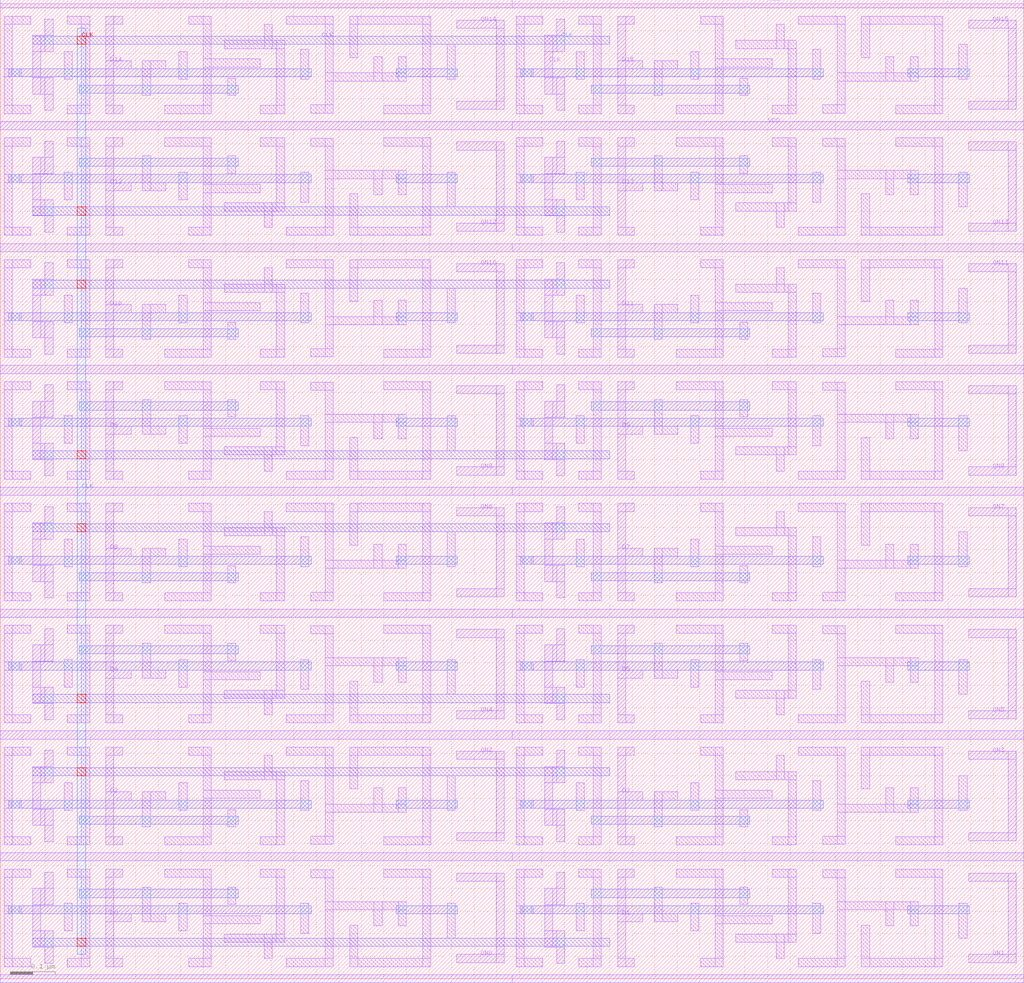
<source format=lef>
VERSION 5.8 ;
BUSBITCHARS "[]" ;
DIVIDERCHAR "/" ;
SITE asap7sc7p5t_R8
  CLASS CORE ;
  SIZE 0.054 BY 2.16 ;
  SYMMETRY Y ;
END asap7sc7p5t_R8

MACRO DFFHQNV8H2Xx2_ASAP7_75t_R
  CLASS CORE ;
  ORIGIN 0.0 0.0 ;
  FOREIGN DFFHQNV8H2Xx2_ASAP7_75t_R 0.0 0.0 ;
  SIZE 2.268 BY 2.16 ;
  SYMMETRY X Y ;
  SITE asap7sc7p5t_R8 ;
    PIN VDD
      USE POWER ;
      DIRECTION INOUT ;
      SHAPE ABUTMENT ;
      PORT
        LAYER M1 ;
          RECT 0.0 0.261 1.134 0.279 ;
          RECT 1.134 0.261 2.268 0.279 ;
          RECT 0.0 0.801 1.134 0.819 ;
          RECT 1.134 0.801 2.268 0.819 ;
          RECT 0.0 1.341 1.134 1.359 ;
          RECT 1.134 1.341 2.268 1.359 ;
          RECT 0.0 1.881 1.134 1.899 ;
          RECT 1.134 1.881 2.268 1.899 ;
      END
    END VDD
    PIN VSS
      USE GROUND ;
      DIRECTION INOUT ;
      SHAPE ABUTMENT ;
      PORT
        LAYER M1 ;
          RECT 0.0 -0.009 1.134 0.009 ;
          RECT 1.134 -0.009 2.268 0.009 ;
          RECT 0.0 0.549 1.134 0.531 ;
          RECT 1.134 0.549 2.268 0.531 ;
          RECT 0.0 1.089 1.134 1.071 ;
          RECT 1.134 1.089 2.268 1.071 ;
          RECT 0.0 1.629 1.134 1.611 ;
          RECT 1.134 1.629 2.268 1.611 ;
          RECT 0.0 2.169 1.134 2.151 ;
          RECT 1.134 2.169 2.268 2.151 ;
      END
    END VSS
    PIN CLK
      USE CLOCK ;
      DIRECTION INPUT ;
      PORT
        LAYER M1 ;
          RECT 0.099 0.164 0.117 0.236 ;
          RECT 0.072 0.07 0.117 0.106 ;
          RECT 0.099 0.034 0.117 0.106 ;
          RECT 0.072 0.164 0.117 0.2 ;
          RECT 0.072 0.07 0.09 0.2 ;
          RECT 1.233 0.164 1.251 0.236 ;
          RECT 1.206 0.07 1.251 0.106 ;
          RECT 1.233 0.034 1.251 0.106 ;
          RECT 1.206 0.164 1.251 0.2 ;
          RECT 1.206 0.07 1.224 0.2 ;
          RECT 0.099 0.376 0.117 0.304 ;
          RECT 0.072 0.47 0.117 0.434 ;
          RECT 0.099 0.506 0.117 0.434 ;
          RECT 0.072 0.376 0.117 0.34 ;
          RECT 0.072 0.47 0.09 0.34 ;
          RECT 1.233 0.376 1.251 0.304 ;
          RECT 1.206 0.47 1.251 0.434 ;
          RECT 1.233 0.506 1.251 0.434 ;
          RECT 1.206 0.376 1.251 0.34 ;
          RECT 1.206 0.47 1.224 0.34 ;
          RECT 0.099 0.704 0.117 0.776 ;
          RECT 0.072 0.61 0.117 0.646 ;
          RECT 0.099 0.574 0.117 0.646 ;
          RECT 0.072 0.704 0.117 0.74 ;
          RECT 0.072 0.61 0.09 0.74 ;
          RECT 1.233 0.704 1.251 0.776 ;
          RECT 1.206 0.61 1.251 0.646 ;
          RECT 1.233 0.574 1.251 0.646 ;
          RECT 1.206 0.704 1.251 0.74 ;
          RECT 1.206 0.61 1.224 0.74 ;
          RECT 0.099 0.916 0.117 0.844 ;
          RECT 0.072 1.01 0.117 0.974 ;
          RECT 0.099 1.046 0.117 0.974 ;
          RECT 0.072 0.916 0.117 0.88 ;
          RECT 0.072 1.01 0.09 0.88 ;
          RECT 1.233 0.916 1.251 0.844 ;
          RECT 1.206 1.01 1.251 0.974 ;
          RECT 1.233 1.046 1.251 0.974 ;
          RECT 1.206 0.916 1.251 0.88 ;
          RECT 1.206 1.01 1.224 0.88 ;
          RECT 0.099 1.244 0.117 1.316 ;
          RECT 0.072 1.15 0.117 1.186 ;
          RECT 0.099 1.114 0.117 1.186 ;
          RECT 0.072 1.244 0.117 1.28 ;
          RECT 0.072 1.15 0.09 1.28 ;
          RECT 1.233 1.244 1.251 1.316 ;
          RECT 1.206 1.15 1.251 1.186 ;
          RECT 1.233 1.114 1.251 1.186 ;
          RECT 1.206 1.244 1.251 1.28 ;
          RECT 1.206 1.15 1.224 1.28 ;
          RECT 0.099 1.456 0.117 1.384 ;
          RECT 0.072 1.55 0.117 1.514 ;
          RECT 0.099 1.586 0.117 1.514 ;
          RECT 0.072 1.456 0.117 1.42 ;
          RECT 0.072 1.55 0.09 1.42 ;
          RECT 1.233 1.456 1.251 1.384 ;
          RECT 1.206 1.55 1.251 1.514 ;
          RECT 1.233 1.586 1.251 1.514 ;
          RECT 1.206 1.456 1.251 1.42 ;
          RECT 1.206 1.55 1.224 1.42 ;
          RECT 0.099 1.784 0.117 1.856 ;
          RECT 0.072 1.69 0.117 1.726 ;
          RECT 0.099 1.654 0.117 1.726 ;
          RECT 0.072 1.784 0.117 1.82 ;
          RECT 0.072 1.69 0.09 1.82 ;
          RECT 1.233 1.784 1.251 1.856 ;
          RECT 1.206 1.69 1.251 1.726 ;
          RECT 1.233 1.654 1.251 1.726 ;
          RECT 1.206 1.784 1.251 1.82 ;
          RECT 1.206 1.69 1.224 1.82 ;
          RECT 0.099 1.996 0.117 1.924 ;
          RECT 0.072 2.09 0.117 2.054 ;
          RECT 0.099 2.126 0.117 2.054 ;
          RECT 0.072 1.996 0.117 1.96 ;
          RECT 0.072 2.09 0.09 1.96 ;
          RECT 1.233 1.996 1.251 1.924 ;
          RECT 1.206 2.09 1.251 2.054 ;
          RECT 1.233 2.126 1.251 2.054 ;
          RECT 1.206 1.996 1.251 1.96 ;
          RECT 1.206 2.09 1.224 1.96 ;
        LAYER M2 ;
          RECT 0.072 0.072 1.35 0.09 ;
          RECT 0.072 0.45 1.35 0.468 ;
          RECT 0.072 0.612 1.35 0.63 ;
          RECT 0.072 0.99 1.35 1.008 ;
          RECT 0.072 1.152 1.35 1.17 ;
          RECT 0.072 1.53 1.35 1.548 ;
          RECT 0.072 1.692 1.35 1.71 ;
          RECT 0.072 2.07 1.35 2.088 ;
        LAYER V1 ;
          RECT 0.099 0.072 0.117 0.09 ;
          RECT 1.233 0.072 1.251 0.09 ;
          RECT 0.099 0.45 0.117 0.468 ;
          RECT 1.233 0.45 1.251 0.468 ;
          RECT 0.099 0.612 0.117 0.63 ;
          RECT 1.233 0.612 1.251 0.63 ;
          RECT 0.099 0.99 0.117 1.008 ;
          RECT 1.233 0.99 1.251 1.008 ;
          RECT 0.099 1.152 0.117 1.17 ;
          RECT 1.233 1.152 1.251 1.17 ;
          RECT 0.099 1.53 0.117 1.548 ;
          RECT 1.233 1.53 1.251 1.548 ;
          RECT 0.099 1.692 0.117 1.71 ;
          RECT 1.233 1.692 1.251 1.71 ;
          RECT 0.099 2.07 0.117 2.088 ;
          RECT 1.233 2.07 1.251 2.088 ;
        LAYER M3 ;
          RECT 0.171 0.054 0.189 2.106 ;
        LAYER V2 ;
          RECT 0.171 0.072 0.189 0.09 ;
          RECT 0.171 0.45 0.189 0.468 ;
          RECT 0.171 0.612 0.189 0.63 ;
          RECT 0.171 0.99 0.189 1.008 ;
          RECT 0.171 1.152 0.189 1.17 ;
          RECT 0.171 1.53 0.189 1.548 ;
          RECT 0.171 1.692 0.189 1.71 ;
          RECT 0.171 2.07 0.189 2.088 ;
      END
    END CLK
    PIN D0
      USE SIGNAL ;
      DIRECTION INPUT ;
      PORT
        LAYER M1 ;
          RECT 0.234 0.126 0.29 0.144 ;
          RECT 0.234 0.225 0.271 0.243 ;
          RECT 0.234 0.027 0.271 0.045 ;
          RECT 0.234 0.027 0.252 0.243 ;
      END
    END D0
    PIN QN0
      USE SIGNAL ;
      DIRECTION OUTPUT ;
      PORT
        LAYER M1 ;
          RECT 1.012 0.216 1.117 0.234 ;
          RECT 1.099 0.036 1.117 0.234 ;
          RECT 1.012 0.036 1.117 0.054 ;
      END
    END QN0
    PIN D1
      USE SIGNAL ;
      DIRECTION INPUT ;
      PORT
        LAYER M1 ;
          RECT 1.368 0.126 1.424 0.144 ;
          RECT 1.368 0.225 1.405 0.243 ;
          RECT 1.368 0.027 1.405 0.045 ;
          RECT 1.368 0.027 1.386 0.243 ;
      END
    END D1
    PIN QN1
      USE SIGNAL ;
      DIRECTION OUTPUT ;
      PORT
        LAYER M1 ;
          RECT 2.146 0.216 2.251 0.234 ;
          RECT 2.233 0.036 2.251 0.234 ;
          RECT 2.146 0.036 2.251 0.054 ;
      END
    END QN1
    PIN D2
      USE SIGNAL ;
      DIRECTION INPUT ;
      PORT
        LAYER M1 ;
          RECT 0.234 0.414 0.29 0.396 ;
          RECT 0.234 0.315 0.271 0.297 ;
          RECT 0.234 0.513 0.271 0.495 ;
          RECT 0.234 0.513 0.252 0.297 ;
      END
    END D2
    PIN QN2
      USE SIGNAL ;
      DIRECTION OUTPUT ;
      PORT
        LAYER M1 ;
          RECT 1.012 0.324 1.117 0.306 ;
          RECT 1.099 0.504 1.117 0.306 ;
          RECT 1.012 0.504 1.117 0.486 ;
      END
    END QN2
    PIN D3
      USE SIGNAL ;
      DIRECTION INPUT ;
      PORT
        LAYER M1 ;
          RECT 1.368 0.414 1.424 0.396 ;
          RECT 1.368 0.315 1.405 0.297 ;
          RECT 1.368 0.513 1.405 0.495 ;
          RECT 1.368 0.513 1.386 0.297 ;
      END
    END D3
    PIN QN3
      USE SIGNAL ;
      DIRECTION OUTPUT ;
      PORT
        LAYER M1 ;
          RECT 2.146 0.324 2.251 0.306 ;
          RECT 2.233 0.504 2.251 0.306 ;
          RECT 2.146 0.504 2.251 0.486 ;
      END
    END QN3
    PIN D4
      USE SIGNAL ;
      DIRECTION INPUT ;
      PORT
        LAYER M1 ;
          RECT 0.234 0.666 0.29 0.684 ;
          RECT 0.234 0.765 0.271 0.783 ;
          RECT 0.234 0.567 0.271 0.585 ;
          RECT 0.234 0.567 0.252 0.783 ;
      END
    END D4
    PIN QN4
      USE SIGNAL ;
      DIRECTION OUTPUT ;
      PORT
        LAYER M1 ;
          RECT 1.012 0.756 1.117 0.774 ;
          RECT 1.099 0.576 1.117 0.774 ;
          RECT 1.012 0.576 1.117 0.594 ;
      END
    END QN4
    PIN D5
      USE SIGNAL ;
      DIRECTION INPUT ;
      PORT
        LAYER M1 ;
          RECT 1.368 0.666 1.424 0.684 ;
          RECT 1.368 0.765 1.405 0.783 ;
          RECT 1.368 0.567 1.405 0.585 ;
          RECT 1.368 0.567 1.386 0.783 ;
      END
    END D5
    PIN QN5
      USE SIGNAL ;
      DIRECTION OUTPUT ;
      PORT
        LAYER M1 ;
          RECT 2.146 0.756 2.251 0.774 ;
          RECT 2.233 0.576 2.251 0.774 ;
          RECT 2.146 0.576 2.251 0.594 ;
      END
    END QN5
    PIN D6
      USE SIGNAL ;
      DIRECTION INPUT ;
      PORT
        LAYER M1 ;
          RECT 0.234 0.954 0.29 0.936 ;
          RECT 0.234 0.855 0.271 0.837 ;
          RECT 0.234 1.053 0.271 1.035 ;
          RECT 0.234 1.053 0.252 0.837 ;
      END
    END D6
    PIN QN6
      USE SIGNAL ;
      DIRECTION OUTPUT ;
      PORT
        LAYER M1 ;
          RECT 1.012 0.864 1.117 0.846 ;
          RECT 1.099 1.044 1.117 0.846 ;
          RECT 1.012 1.044 1.117 1.026 ;
      END
    END QN6
    PIN D7
      USE SIGNAL ;
      DIRECTION INPUT ;
      PORT
        LAYER M1 ;
          RECT 1.368 0.954 1.424 0.936 ;
          RECT 1.368 0.855 1.405 0.837 ;
          RECT 1.368 1.053 1.405 1.035 ;
          RECT 1.368 1.053 1.386 0.837 ;
      END
    END D7
    PIN QN7
      USE SIGNAL ;
      DIRECTION OUTPUT ;
      PORT
        LAYER M1 ;
          RECT 2.146 0.864 2.251 0.846 ;
          RECT 2.233 1.044 2.251 0.846 ;
          RECT 2.146 1.044 2.251 1.026 ;
      END
    END QN7
    PIN D8
      USE SIGNAL ;
      DIRECTION INPUT ;
      PORT
        LAYER M1 ;
          RECT 0.234 1.206 0.29 1.224 ;
          RECT 0.234 1.305 0.271 1.323 ;
          RECT 0.234 1.107 0.271 1.125 ;
          RECT 0.234 1.107 0.252 1.323 ;
      END
    END D8
    PIN QN8
      USE SIGNAL ;
      DIRECTION OUTPUT ;
      PORT
        LAYER M1 ;
          RECT 1.012 1.296 1.117 1.314 ;
          RECT 1.099 1.116 1.117 1.314 ;
          RECT 1.012 1.116 1.117 1.134 ;
      END
    END QN8
    PIN D9
      USE SIGNAL ;
      DIRECTION INPUT ;
      PORT
        LAYER M1 ;
          RECT 1.368 1.206 1.424 1.224 ;
          RECT 1.368 1.305 1.405 1.323 ;
          RECT 1.368 1.107 1.405 1.125 ;
          RECT 1.368 1.107 1.386 1.323 ;
      END
    END D9
    PIN QN9
      USE SIGNAL ;
      DIRECTION OUTPUT ;
      PORT
        LAYER M1 ;
          RECT 2.146 1.296 2.251 1.314 ;
          RECT 2.233 1.116 2.251 1.314 ;
          RECT 2.146 1.116 2.251 1.134 ;
      END
    END QN9
    PIN D10
      USE SIGNAL ;
      DIRECTION INPUT ;
      PORT
        LAYER M1 ;
          RECT 0.234 1.494 0.29 1.476 ;
          RECT 0.234 1.395 0.271 1.377 ;
          RECT 0.234 1.593 0.271 1.575 ;
          RECT 0.234 1.593 0.252 1.377 ;
      END
    END D10
    PIN QN10
      USE SIGNAL ;
      DIRECTION OUTPUT ;
      PORT
        LAYER M1 ;
          RECT 1.012 1.404 1.117 1.386 ;
          RECT 1.099 1.584 1.117 1.386 ;
          RECT 1.012 1.584 1.117 1.566 ;
      END
    END QN10
    PIN D11
      USE SIGNAL ;
      DIRECTION INPUT ;
      PORT
        LAYER M1 ;
          RECT 1.368 1.494 1.424 1.476 ;
          RECT 1.368 1.395 1.405 1.377 ;
          RECT 1.368 1.593 1.405 1.575 ;
          RECT 1.368 1.593 1.386 1.377 ;
      END
    END D11
    PIN QN11
      USE SIGNAL ;
      DIRECTION OUTPUT ;
      PORT
        LAYER M1 ;
          RECT 2.146 1.404 2.251 1.386 ;
          RECT 2.233 1.584 2.251 1.386 ;
          RECT 2.146 1.584 2.251 1.566 ;
      END
    END QN11
    PIN D12
      USE SIGNAL ;
      DIRECTION INPUT ;
      PORT
        LAYER M1 ;
          RECT 0.234 1.746 0.29 1.764 ;
          RECT 0.234 1.845 0.271 1.863 ;
          RECT 0.234 1.647 0.271 1.665 ;
          RECT 0.234 1.647 0.252 1.863 ;
      END
    END D12
    PIN QN12
      USE SIGNAL ;
      DIRECTION OUTPUT ;
      PORT
        LAYER M1 ;
          RECT 1.012 1.836 1.117 1.854 ;
          RECT 1.099 1.656 1.117 1.854 ;
          RECT 1.012 1.656 1.117 1.674 ;
      END
    END QN12
    PIN D13
      USE SIGNAL ;
      DIRECTION INPUT ;
      PORT
        LAYER M1 ;
          RECT 1.368 1.746 1.424 1.764 ;
          RECT 1.368 1.845 1.405 1.863 ;
          RECT 1.368 1.647 1.405 1.665 ;
          RECT 1.368 1.647 1.386 1.863 ;
      END
    END D13
    PIN QN13
      USE SIGNAL ;
      DIRECTION OUTPUT ;
      PORT
        LAYER M1 ;
          RECT 2.146 1.836 2.251 1.854 ;
          RECT 2.233 1.656 2.251 1.854 ;
          RECT 2.146 1.656 2.251 1.674 ;
      END
    END QN13
    PIN D14
      USE SIGNAL ;
      DIRECTION INPUT ;
      PORT
        LAYER M1 ;
          RECT 0.234 2.034 0.29 2.016 ;
          RECT 0.234 1.935 0.271 1.917 ;
          RECT 0.234 2.133 0.271 2.115 ;
          RECT 0.234 2.133 0.252 1.917 ;
      END
    END D14
    PIN QN14
      USE SIGNAL ;
      DIRECTION OUTPUT ;
      PORT
        LAYER M1 ;
          RECT 1.012 1.944 1.117 1.926 ;
          RECT 1.099 2.124 1.117 1.926 ;
          RECT 1.012 2.124 1.117 2.106 ;
      END
    END QN14
    PIN D15
      USE SIGNAL ;
      DIRECTION INPUT ;
      PORT
        LAYER M1 ;
          RECT 1.368 2.034 1.424 2.016 ;
          RECT 1.368 1.935 1.405 1.917 ;
          RECT 1.368 2.133 1.405 2.115 ;
          RECT 1.368 2.133 1.386 1.917 ;
      END
    END D15
    PIN QN15
      USE SIGNAL ;
      DIRECTION OUTPUT ;
      PORT
        LAYER M1 ;
          RECT 2.146 1.944 2.251 1.926 ;
          RECT 2.233 2.124 2.251 1.926 ;
          RECT 2.146 2.124 2.251 2.106 ;
      END
    END QN15
    OBS
      LAYER M1 ;
        RECT 0.85 0.225 0.954 0.243 ;
        RECT 0.936 0.027 0.954 0.243 ;
        RECT 0.774 0.027 0.792 0.119 ;
        RECT 0.774 0.027 0.954 0.045 ;
        RECT 0.688 0.224 0.738 0.242 ;
        RECT 0.72 0.027 0.738 0.242 ;
        RECT 0.72 0.153 0.9 0.171 ;
        RECT 0.882 0.117 0.9 0.171 ;
        RECT 0.828 0.117 0.846 0.171 ;
        RECT 0.634 0.027 0.738 0.045 ;
        RECT 0.576 0.225 0.63 0.243 ;
        RECT 0.612 0.081 0.63 0.243 ;
        RECT 0.496 0.081 0.63 0.099 ;
        RECT 0.585 0.045 0.603 0.099 ;
        RECT 0.364 0.225 0.468 0.243 ;
        RECT 0.45 0.027 0.468 0.243 ;
        RECT 0.45 0.122 0.576 0.14 ;
        RECT 0.418 0.027 0.468 0.045 ;
        RECT 0.315 0.126 0.333 0.203 ;
        RECT 0.315 0.126 0.367 0.144 ;
        RECT 0.148 0.225 0.198 0.243 ;
        RECT 0.18 0.027 0.198 0.243 ;
        RECT 0.148 0.027 0.198 0.045 ;
        RECT 0.009 0.225 0.068 0.243 ;
        RECT 0.009 0.027 0.027 0.243 ;
        RECT 0.009 0.144 0.047 0.162 ;
        RECT 0.009 0.027 0.068 0.045 ;
        RECT 0.99 0.09 1.008 0.167 ;
        RECT 0.666 0.101 0.684 0.167 ;
        RECT 0.504 0.165 0.522 0.203 ;
        RECT 0.396 0.106 0.414 0.167 ;
        RECT 0.142 0.106 0.16 0.167 ;
        RECT 1.984 0.225 2.088 0.243 ;
        RECT 2.07 0.027 2.088 0.243 ;
        RECT 1.908 0.027 1.926 0.119 ;
        RECT 1.908 0.027 2.088 0.045 ;
        RECT 1.822 0.224 1.872 0.242 ;
        RECT 1.854 0.027 1.872 0.242 ;
        RECT 1.854 0.153 2.034 0.171 ;
        RECT 2.016 0.117 2.034 0.171 ;
        RECT 1.962 0.117 1.98 0.171 ;
        RECT 1.768 0.027 1.872 0.045 ;
        RECT 1.71 0.225 1.764 0.243 ;
        RECT 1.746 0.081 1.764 0.243 ;
        RECT 1.63 0.081 1.764 0.099 ;
        RECT 1.719 0.045 1.737 0.099 ;
        RECT 1.498 0.225 1.602 0.243 ;
        RECT 1.584 0.027 1.602 0.243 ;
        RECT 1.584 0.122 1.71 0.14 ;
        RECT 1.552 0.027 1.602 0.045 ;
        RECT 1.449 0.126 1.467 0.203 ;
        RECT 1.449 0.126 1.501 0.144 ;
        RECT 1.282 0.225 1.332 0.243 ;
        RECT 1.314 0.027 1.332 0.243 ;
        RECT 1.282 0.027 1.332 0.045 ;
        RECT 1.143 0.225 1.202 0.243 ;
        RECT 1.143 0.027 1.161 0.243 ;
        RECT 1.143 0.144 1.181 0.162 ;
        RECT 1.143 0.027 1.202 0.045 ;
        RECT 2.124 0.09 2.142 0.167 ;
        RECT 1.8 0.101 1.818 0.167 ;
        RECT 1.638 0.165 1.656 0.203 ;
        RECT 1.53 0.106 1.548 0.167 ;
        RECT 1.276 0.106 1.294 0.167 ;
        RECT 0.85 0.315 0.954 0.297 ;
        RECT 0.936 0.513 0.954 0.297 ;
        RECT 0.774 0.513 0.792 0.421 ;
        RECT 0.774 0.513 0.954 0.495 ;
        RECT 0.688 0.316 0.738 0.298 ;
        RECT 0.72 0.513 0.738 0.298 ;
        RECT 0.72 0.387 0.9 0.369 ;
        RECT 0.882 0.423 0.9 0.369 ;
        RECT 0.828 0.423 0.846 0.369 ;
        RECT 0.634 0.513 0.738 0.495 ;
        RECT 0.576 0.315 0.63 0.297 ;
        RECT 0.612 0.459 0.63 0.297 ;
        RECT 0.496 0.459 0.63 0.441 ;
        RECT 0.585 0.495 0.603 0.441 ;
        RECT 0.364 0.315 0.468 0.297 ;
        RECT 0.45 0.513 0.468 0.297 ;
        RECT 0.45 0.418 0.576 0.4 ;
        RECT 0.418 0.513 0.468 0.495 ;
        RECT 0.315 0.414 0.333 0.337 ;
        RECT 0.315 0.414 0.367 0.396 ;
        RECT 0.148 0.315 0.198 0.297 ;
        RECT 0.18 0.513 0.198 0.297 ;
        RECT 0.148 0.513 0.198 0.495 ;
        RECT 0.009 0.315 0.068 0.297 ;
        RECT 0.009 0.513 0.027 0.297 ;
        RECT 0.009 0.396 0.047 0.378 ;
        RECT 0.009 0.513 0.068 0.495 ;
        RECT 0.99 0.45 1.008 0.373 ;
        RECT 0.666 0.439 0.684 0.373 ;
        RECT 0.504 0.375 0.522 0.337 ;
        RECT 0.396 0.434 0.414 0.373 ;
        RECT 0.142 0.434 0.16 0.373 ;
        RECT 1.984 0.315 2.088 0.297 ;
        RECT 2.07 0.513 2.088 0.297 ;
        RECT 1.908 0.513 1.926 0.421 ;
        RECT 1.908 0.513 2.088 0.495 ;
        RECT 1.822 0.316 1.872 0.298 ;
        RECT 1.854 0.513 1.872 0.298 ;
        RECT 1.854 0.387 2.034 0.369 ;
        RECT 2.016 0.423 2.034 0.369 ;
        RECT 1.962 0.423 1.98 0.369 ;
        RECT 1.768 0.513 1.872 0.495 ;
        RECT 1.71 0.315 1.764 0.297 ;
        RECT 1.746 0.459 1.764 0.297 ;
        RECT 1.63 0.459 1.764 0.441 ;
        RECT 1.719 0.495 1.737 0.441 ;
        RECT 1.498 0.315 1.602 0.297 ;
        RECT 1.584 0.513 1.602 0.297 ;
        RECT 1.584 0.418 1.71 0.4 ;
        RECT 1.552 0.513 1.602 0.495 ;
        RECT 1.449 0.414 1.467 0.337 ;
        RECT 1.449 0.414 1.501 0.396 ;
        RECT 1.282 0.315 1.332 0.297 ;
        RECT 1.314 0.513 1.332 0.297 ;
        RECT 1.282 0.513 1.332 0.495 ;
        RECT 1.143 0.315 1.202 0.297 ;
        RECT 1.143 0.513 1.161 0.297 ;
        RECT 1.143 0.396 1.181 0.378 ;
        RECT 1.143 0.513 1.202 0.495 ;
        RECT 2.124 0.45 2.142 0.373 ;
        RECT 1.8 0.439 1.818 0.373 ;
        RECT 1.638 0.375 1.656 0.337 ;
        RECT 1.53 0.434 1.548 0.373 ;
        RECT 1.276 0.434 1.294 0.373 ;
        RECT 0.85 0.765 0.954 0.783 ;
        RECT 0.936 0.567 0.954 0.783 ;
        RECT 0.774 0.567 0.792 0.659 ;
        RECT 0.774 0.567 0.954 0.585 ;
        RECT 0.688 0.764 0.738 0.782 ;
        RECT 0.72 0.567 0.738 0.782 ;
        RECT 0.72 0.693 0.9 0.711 ;
        RECT 0.882 0.657 0.9 0.711 ;
        RECT 0.828 0.657 0.846 0.711 ;
        RECT 0.634 0.567 0.738 0.585 ;
        RECT 0.576 0.765 0.63 0.783 ;
        RECT 0.612 0.621 0.63 0.783 ;
        RECT 0.496 0.621 0.63 0.639 ;
        RECT 0.585 0.585 0.603 0.639 ;
        RECT 0.364 0.765 0.468 0.783 ;
        RECT 0.45 0.567 0.468 0.783 ;
        RECT 0.45 0.662 0.576 0.68 ;
        RECT 0.418 0.567 0.468 0.585 ;
        RECT 0.315 0.666 0.333 0.743 ;
        RECT 0.315 0.666 0.367 0.684 ;
        RECT 0.148 0.765 0.198 0.783 ;
        RECT 0.18 0.567 0.198 0.783 ;
        RECT 0.148 0.567 0.198 0.585 ;
        RECT 0.009 0.765 0.068 0.783 ;
        RECT 0.009 0.567 0.027 0.783 ;
        RECT 0.009 0.684 0.047 0.702 ;
        RECT 0.009 0.567 0.068 0.585 ;
        RECT 0.99 0.63 1.008 0.707 ;
        RECT 0.666 0.641 0.684 0.707 ;
        RECT 0.504 0.705 0.522 0.743 ;
        RECT 0.396 0.646 0.414 0.707 ;
        RECT 0.142 0.646 0.16 0.707 ;
        RECT 1.984 0.765 2.088 0.783 ;
        RECT 2.07 0.567 2.088 0.783 ;
        RECT 1.908 0.567 1.926 0.659 ;
        RECT 1.908 0.567 2.088 0.585 ;
        RECT 1.822 0.764 1.872 0.782 ;
        RECT 1.854 0.567 1.872 0.782 ;
        RECT 1.854 0.693 2.034 0.711 ;
        RECT 2.016 0.657 2.034 0.711 ;
        RECT 1.962 0.657 1.98 0.711 ;
        RECT 1.768 0.567 1.872 0.585 ;
        RECT 1.71 0.765 1.764 0.783 ;
        RECT 1.746 0.621 1.764 0.783 ;
        RECT 1.63 0.621 1.764 0.639 ;
        RECT 1.719 0.585 1.737 0.639 ;
        RECT 1.498 0.765 1.602 0.783 ;
        RECT 1.584 0.567 1.602 0.783 ;
        RECT 1.584 0.662 1.71 0.68 ;
        RECT 1.552 0.567 1.602 0.585 ;
        RECT 1.449 0.666 1.467 0.743 ;
        RECT 1.449 0.666 1.501 0.684 ;
        RECT 1.282 0.765 1.332 0.783 ;
        RECT 1.314 0.567 1.332 0.783 ;
        RECT 1.282 0.567 1.332 0.585 ;
        RECT 1.143 0.765 1.202 0.783 ;
        RECT 1.143 0.567 1.161 0.783 ;
        RECT 1.143 0.684 1.181 0.702 ;
        RECT 1.143 0.567 1.202 0.585 ;
        RECT 2.124 0.63 2.142 0.707 ;
        RECT 1.8 0.641 1.818 0.707 ;
        RECT 1.638 0.705 1.656 0.743 ;
        RECT 1.53 0.646 1.548 0.707 ;
        RECT 1.276 0.646 1.294 0.707 ;
        RECT 0.85 0.855 0.954 0.837 ;
        RECT 0.936 1.053 0.954 0.837 ;
        RECT 0.774 1.053 0.792 0.961 ;
        RECT 0.774 1.053 0.954 1.035 ;
        RECT 0.688 0.856 0.738 0.838 ;
        RECT 0.72 1.053 0.738 0.838 ;
        RECT 0.72 0.927 0.9 0.909 ;
        RECT 0.882 0.963 0.9 0.909 ;
        RECT 0.828 0.963 0.846 0.909 ;
        RECT 0.634 1.053 0.738 1.035 ;
        RECT 0.576 0.855 0.63 0.837 ;
        RECT 0.612 0.999 0.63 0.837 ;
        RECT 0.496 0.999 0.63 0.981 ;
        RECT 0.585 1.035 0.603 0.981 ;
        RECT 0.364 0.855 0.468 0.837 ;
        RECT 0.45 1.053 0.468 0.837 ;
        RECT 0.45 0.958 0.576 0.94 ;
        RECT 0.418 1.053 0.468 1.035 ;
        RECT 0.315 0.954 0.333 0.877 ;
        RECT 0.315 0.954 0.367 0.936 ;
        RECT 0.148 0.855 0.198 0.837 ;
        RECT 0.18 1.053 0.198 0.837 ;
        RECT 0.148 1.053 0.198 1.035 ;
        RECT 0.009 0.855 0.068 0.837 ;
        RECT 0.009 1.053 0.027 0.837 ;
        RECT 0.009 0.936 0.047 0.918 ;
        RECT 0.009 1.053 0.068 1.035 ;
        RECT 0.99 0.99 1.008 0.913 ;
        RECT 0.666 0.979 0.684 0.913 ;
        RECT 0.504 0.915 0.522 0.877 ;
        RECT 0.396 0.974 0.414 0.913 ;
        RECT 0.142 0.974 0.16 0.913 ;
        RECT 1.984 0.855 2.088 0.837 ;
        RECT 2.07 1.053 2.088 0.837 ;
        RECT 1.908 1.053 1.926 0.961 ;
        RECT 1.908 1.053 2.088 1.035 ;
        RECT 1.822 0.856 1.872 0.838 ;
        RECT 1.854 1.053 1.872 0.838 ;
        RECT 1.854 0.927 2.034 0.909 ;
        RECT 2.016 0.963 2.034 0.909 ;
        RECT 1.962 0.963 1.98 0.909 ;
        RECT 1.768 1.053 1.872 1.035 ;
        RECT 1.71 0.855 1.764 0.837 ;
        RECT 1.746 0.999 1.764 0.837 ;
        RECT 1.63 0.999 1.764 0.981 ;
        RECT 1.719 1.035 1.737 0.981 ;
        RECT 1.498 0.855 1.602 0.837 ;
        RECT 1.584 1.053 1.602 0.837 ;
        RECT 1.584 0.958 1.71 0.94 ;
        RECT 1.552 1.053 1.602 1.035 ;
        RECT 1.449 0.954 1.467 0.877 ;
        RECT 1.449 0.954 1.501 0.936 ;
        RECT 1.282 0.855 1.332 0.837 ;
        RECT 1.314 1.053 1.332 0.837 ;
        RECT 1.282 1.053 1.332 1.035 ;
        RECT 1.143 0.855 1.202 0.837 ;
        RECT 1.143 1.053 1.161 0.837 ;
        RECT 1.143 0.936 1.181 0.918 ;
        RECT 1.143 1.053 1.202 1.035 ;
        RECT 2.124 0.99 2.142 0.913 ;
        RECT 1.8 0.979 1.818 0.913 ;
        RECT 1.638 0.915 1.656 0.877 ;
        RECT 1.53 0.974 1.548 0.913 ;
        RECT 1.276 0.974 1.294 0.913 ;
        RECT 0.85 1.305 0.954 1.323 ;
        RECT 0.936 1.107 0.954 1.323 ;
        RECT 0.774 1.107 0.792 1.199 ;
        RECT 0.774 1.107 0.954 1.125 ;
        RECT 0.688 1.304 0.738 1.322 ;
        RECT 0.72 1.107 0.738 1.322 ;
        RECT 0.72 1.233 0.9 1.251 ;
        RECT 0.882 1.197 0.9 1.251 ;
        RECT 0.828 1.197 0.846 1.251 ;
        RECT 0.634 1.107 0.738 1.125 ;
        RECT 0.576 1.305 0.63 1.323 ;
        RECT 0.612 1.161 0.63 1.323 ;
        RECT 0.496 1.161 0.63 1.179 ;
        RECT 0.585 1.125 0.603 1.179 ;
        RECT 0.364 1.305 0.468 1.323 ;
        RECT 0.45 1.107 0.468 1.323 ;
        RECT 0.45 1.202 0.576 1.22 ;
        RECT 0.418 1.107 0.468 1.125 ;
        RECT 0.315 1.206 0.333 1.283 ;
        RECT 0.315 1.206 0.367 1.224 ;
        RECT 0.148 1.305 0.198 1.323 ;
        RECT 0.18 1.107 0.198 1.323 ;
        RECT 0.148 1.107 0.198 1.125 ;
        RECT 0.009 1.305 0.068 1.323 ;
        RECT 0.009 1.107 0.027 1.323 ;
        RECT 0.009 1.224 0.047 1.242 ;
        RECT 0.009 1.107 0.068 1.125 ;
        RECT 0.99 1.17 1.008 1.247 ;
        RECT 0.666 1.181 0.684 1.247 ;
        RECT 0.504 1.245 0.522 1.283 ;
        RECT 0.396 1.186 0.414 1.247 ;
        RECT 0.142 1.186 0.16 1.247 ;
        RECT 1.984 1.305 2.088 1.323 ;
        RECT 2.07 1.107 2.088 1.323 ;
        RECT 1.908 1.107 1.926 1.199 ;
        RECT 1.908 1.107 2.088 1.125 ;
        RECT 1.822 1.304 1.872 1.322 ;
        RECT 1.854 1.107 1.872 1.322 ;
        RECT 1.854 1.233 2.034 1.251 ;
        RECT 2.016 1.197 2.034 1.251 ;
        RECT 1.962 1.197 1.98 1.251 ;
        RECT 1.768 1.107 1.872 1.125 ;
        RECT 1.71 1.305 1.764 1.323 ;
        RECT 1.746 1.161 1.764 1.323 ;
        RECT 1.63 1.161 1.764 1.179 ;
        RECT 1.719 1.125 1.737 1.179 ;
        RECT 1.498 1.305 1.602 1.323 ;
        RECT 1.584 1.107 1.602 1.323 ;
        RECT 1.584 1.202 1.71 1.22 ;
        RECT 1.552 1.107 1.602 1.125 ;
        RECT 1.449 1.206 1.467 1.283 ;
        RECT 1.449 1.206 1.501 1.224 ;
        RECT 1.282 1.305 1.332 1.323 ;
        RECT 1.314 1.107 1.332 1.323 ;
        RECT 1.282 1.107 1.332 1.125 ;
        RECT 1.143 1.305 1.202 1.323 ;
        RECT 1.143 1.107 1.161 1.323 ;
        RECT 1.143 1.224 1.181 1.242 ;
        RECT 1.143 1.107 1.202 1.125 ;
        RECT 2.124 1.17 2.142 1.247 ;
        RECT 1.8 1.181 1.818 1.247 ;
        RECT 1.638 1.245 1.656 1.283 ;
        RECT 1.53 1.186 1.548 1.247 ;
        RECT 1.276 1.186 1.294 1.247 ;
        RECT 0.85 1.395 0.954 1.377 ;
        RECT 0.936 1.593 0.954 1.377 ;
        RECT 0.774 1.593 0.792 1.501 ;
        RECT 0.774 1.593 0.954 1.575 ;
        RECT 0.688 1.396 0.738 1.378 ;
        RECT 0.72 1.593 0.738 1.378 ;
        RECT 0.72 1.467 0.9 1.449 ;
        RECT 0.882 1.503 0.9 1.449 ;
        RECT 0.828 1.503 0.846 1.449 ;
        RECT 0.634 1.593 0.738 1.575 ;
        RECT 0.576 1.395 0.63 1.377 ;
        RECT 0.612 1.539 0.63 1.377 ;
        RECT 0.496 1.539 0.63 1.521 ;
        RECT 0.585 1.575 0.603 1.521 ;
        RECT 0.364 1.395 0.468 1.377 ;
        RECT 0.45 1.593 0.468 1.377 ;
        RECT 0.45 1.498 0.576 1.48 ;
        RECT 0.418 1.593 0.468 1.575 ;
        RECT 0.315 1.494 0.333 1.417 ;
        RECT 0.315 1.494 0.367 1.476 ;
        RECT 0.148 1.395 0.198 1.377 ;
        RECT 0.18 1.593 0.198 1.377 ;
        RECT 0.148 1.593 0.198 1.575 ;
        RECT 0.009 1.395 0.068 1.377 ;
        RECT 0.009 1.593 0.027 1.377 ;
        RECT 0.009 1.476 0.047 1.458 ;
        RECT 0.009 1.593 0.068 1.575 ;
        RECT 0.99 1.53 1.008 1.453 ;
        RECT 0.666 1.519 0.684 1.453 ;
        RECT 0.504 1.455 0.522 1.417 ;
        RECT 0.396 1.514 0.414 1.453 ;
        RECT 0.142 1.514 0.16 1.453 ;
        RECT 1.984 1.395 2.088 1.377 ;
        RECT 2.07 1.593 2.088 1.377 ;
        RECT 1.908 1.593 1.926 1.501 ;
        RECT 1.908 1.593 2.088 1.575 ;
        RECT 1.822 1.396 1.872 1.378 ;
        RECT 1.854 1.593 1.872 1.378 ;
        RECT 1.854 1.467 2.034 1.449 ;
        RECT 2.016 1.503 2.034 1.449 ;
        RECT 1.962 1.503 1.98 1.449 ;
        RECT 1.768 1.593 1.872 1.575 ;
        RECT 1.71 1.395 1.764 1.377 ;
        RECT 1.746 1.539 1.764 1.377 ;
        RECT 1.63 1.539 1.764 1.521 ;
        RECT 1.719 1.575 1.737 1.521 ;
        RECT 1.498 1.395 1.602 1.377 ;
        RECT 1.584 1.593 1.602 1.377 ;
        RECT 1.584 1.498 1.71 1.48 ;
        RECT 1.552 1.593 1.602 1.575 ;
        RECT 1.449 1.494 1.467 1.417 ;
        RECT 1.449 1.494 1.501 1.476 ;
        RECT 1.282 1.395 1.332 1.377 ;
        RECT 1.314 1.593 1.332 1.377 ;
        RECT 1.282 1.593 1.332 1.575 ;
        RECT 1.143 1.395 1.202 1.377 ;
        RECT 1.143 1.593 1.161 1.377 ;
        RECT 1.143 1.476 1.181 1.458 ;
        RECT 1.143 1.593 1.202 1.575 ;
        RECT 2.124 1.53 2.142 1.453 ;
        RECT 1.8 1.519 1.818 1.453 ;
        RECT 1.638 1.455 1.656 1.417 ;
        RECT 1.53 1.514 1.548 1.453 ;
        RECT 1.276 1.514 1.294 1.453 ;
        RECT 0.85 1.845 0.954 1.863 ;
        RECT 0.936 1.647 0.954 1.863 ;
        RECT 0.774 1.647 0.792 1.739 ;
        RECT 0.774 1.647 0.954 1.665 ;
        RECT 0.688 1.844 0.738 1.862 ;
        RECT 0.72 1.647 0.738 1.862 ;
        RECT 0.72 1.773 0.9 1.791 ;
        RECT 0.882 1.737 0.9 1.791 ;
        RECT 0.828 1.737 0.846 1.791 ;
        RECT 0.634 1.647 0.738 1.665 ;
        RECT 0.576 1.845 0.63 1.863 ;
        RECT 0.612 1.701 0.63 1.863 ;
        RECT 0.496 1.701 0.63 1.719 ;
        RECT 0.585 1.665 0.603 1.719 ;
        RECT 0.364 1.845 0.468 1.863 ;
        RECT 0.45 1.647 0.468 1.863 ;
        RECT 0.45 1.742 0.576 1.76 ;
        RECT 0.418 1.647 0.468 1.665 ;
        RECT 0.315 1.746 0.333 1.823 ;
        RECT 0.315 1.746 0.367 1.764 ;
        RECT 0.148 1.845 0.198 1.863 ;
        RECT 0.18 1.647 0.198 1.863 ;
        RECT 0.148 1.647 0.198 1.665 ;
        RECT 0.009 1.845 0.068 1.863 ;
        RECT 0.009 1.647 0.027 1.863 ;
        RECT 0.009 1.764 0.047 1.782 ;
        RECT 0.009 1.647 0.068 1.665 ;
        RECT 0.99 1.71 1.008 1.787 ;
        RECT 0.666 1.721 0.684 1.787 ;
        RECT 0.504 1.785 0.522 1.823 ;
        RECT 0.396 1.726 0.414 1.787 ;
        RECT 0.142 1.726 0.16 1.787 ;
        RECT 1.984 1.845 2.088 1.863 ;
        RECT 2.07 1.647 2.088 1.863 ;
        RECT 1.908 1.647 1.926 1.739 ;
        RECT 1.908 1.647 2.088 1.665 ;
        RECT 1.822 1.844 1.872 1.862 ;
        RECT 1.854 1.647 1.872 1.862 ;
        RECT 1.854 1.773 2.034 1.791 ;
        RECT 2.016 1.737 2.034 1.791 ;
        RECT 1.962 1.737 1.98 1.791 ;
        RECT 1.768 1.647 1.872 1.665 ;
        RECT 1.71 1.845 1.764 1.863 ;
        RECT 1.746 1.701 1.764 1.863 ;
        RECT 1.63 1.701 1.764 1.719 ;
        RECT 1.719 1.665 1.737 1.719 ;
        RECT 1.498 1.845 1.602 1.863 ;
        RECT 1.584 1.647 1.602 1.863 ;
        RECT 1.584 1.742 1.71 1.76 ;
        RECT 1.552 1.647 1.602 1.665 ;
        RECT 1.449 1.746 1.467 1.823 ;
        RECT 1.449 1.746 1.501 1.764 ;
        RECT 1.282 1.845 1.332 1.863 ;
        RECT 1.314 1.647 1.332 1.863 ;
        RECT 1.282 1.647 1.332 1.665 ;
        RECT 1.143 1.845 1.202 1.863 ;
        RECT 1.143 1.647 1.161 1.863 ;
        RECT 1.143 1.764 1.181 1.782 ;
        RECT 1.143 1.647 1.202 1.665 ;
        RECT 2.124 1.71 2.142 1.787 ;
        RECT 1.8 1.721 1.818 1.787 ;
        RECT 1.638 1.785 1.656 1.823 ;
        RECT 1.53 1.726 1.548 1.787 ;
        RECT 1.276 1.726 1.294 1.787 ;
        RECT 0.85 1.935 0.954 1.917 ;
        RECT 0.936 2.133 0.954 1.917 ;
        RECT 0.774 2.133 0.792 2.041 ;
        RECT 0.774 2.133 0.954 2.115 ;
        RECT 0.688 1.936 0.738 1.918 ;
        RECT 0.72 2.133 0.738 1.918 ;
        RECT 0.72 2.007 0.9 1.989 ;
        RECT 0.882 2.043 0.9 1.989 ;
        RECT 0.828 2.043 0.846 1.989 ;
        RECT 0.634 2.133 0.738 2.115 ;
        RECT 0.576 1.935 0.63 1.917 ;
        RECT 0.612 2.079 0.63 1.917 ;
        RECT 0.496 2.079 0.63 2.061 ;
        RECT 0.585 2.115 0.603 2.061 ;
        RECT 0.364 1.935 0.468 1.917 ;
        RECT 0.45 2.133 0.468 1.917 ;
        RECT 0.45 2.038 0.576 2.02 ;
        RECT 0.418 2.133 0.468 2.115 ;
        RECT 0.315 2.034 0.333 1.957 ;
        RECT 0.315 2.034 0.367 2.016 ;
        RECT 0.148 1.935 0.198 1.917 ;
        RECT 0.18 2.133 0.198 1.917 ;
        RECT 0.148 2.133 0.198 2.115 ;
        RECT 0.009 1.935 0.068 1.917 ;
        RECT 0.009 2.133 0.027 1.917 ;
        RECT 0.009 2.016 0.047 1.998 ;
        RECT 0.009 2.133 0.068 2.115 ;
        RECT 0.99 2.07 1.008 1.993 ;
        RECT 0.666 2.059 0.684 1.993 ;
        RECT 0.504 1.995 0.522 1.957 ;
        RECT 0.396 2.054 0.414 1.993 ;
        RECT 0.142 2.054 0.16 1.993 ;
        RECT 1.984 1.935 2.088 1.917 ;
        RECT 2.07 2.133 2.088 1.917 ;
        RECT 1.908 2.133 1.926 2.041 ;
        RECT 1.908 2.133 2.088 2.115 ;
        RECT 1.822 1.936 1.872 1.918 ;
        RECT 1.854 2.133 1.872 1.918 ;
        RECT 1.854 2.007 2.034 1.989 ;
        RECT 2.016 2.043 2.034 1.989 ;
        RECT 1.962 2.043 1.98 1.989 ;
        RECT 1.768 2.133 1.872 2.115 ;
        RECT 1.71 1.935 1.764 1.917 ;
        RECT 1.746 2.079 1.764 1.917 ;
        RECT 1.63 2.079 1.764 2.061 ;
        RECT 1.719 2.115 1.737 2.061 ;
        RECT 1.498 1.935 1.602 1.917 ;
        RECT 1.584 2.133 1.602 1.917 ;
        RECT 1.584 2.038 1.71 2.02 ;
        RECT 1.552 2.133 1.602 2.115 ;
        RECT 1.449 2.034 1.467 1.957 ;
        RECT 1.449 2.034 1.501 2.016 ;
        RECT 1.282 1.935 1.332 1.917 ;
        RECT 1.314 2.133 1.332 1.917 ;
        RECT 1.282 2.133 1.332 2.115 ;
        RECT 1.143 1.935 1.202 1.917 ;
        RECT 1.143 2.133 1.161 1.917 ;
        RECT 1.143 2.016 1.181 1.998 ;
        RECT 1.143 2.133 1.202 2.115 ;
        RECT 2.124 2.07 2.142 1.993 ;
        RECT 1.8 2.059 1.818 1.993 ;
        RECT 1.638 1.995 1.656 1.957 ;
        RECT 1.53 2.054 1.548 1.993 ;
        RECT 1.276 2.054 1.294 1.993 ;
      LAYER M2 ;
        RECT 0.877 0.144 1.013 0.162 ;
        RECT 0.019 0.144 0.689 0.162 ;
        RECT 0.175 0.18 0.527 0.198 ;
        RECT 2.011 0.144 2.147 0.162 ;
        RECT 1.153 0.144 1.823 0.162 ;
        RECT 1.309 0.18 1.661 0.198 ;
        RECT 0.877 0.396 1.013 0.378 ;
        RECT 0.019 0.396 0.689 0.378 ;
        RECT 0.175 0.36 0.527 0.342 ;
        RECT 2.011 0.396 2.147 0.378 ;
        RECT 1.153 0.396 1.823 0.378 ;
        RECT 1.309 0.36 1.661 0.342 ;
        RECT 0.877 0.684 1.013 0.702 ;
        RECT 0.019 0.684 0.689 0.702 ;
        RECT 0.175 0.72 0.527 0.738 ;
        RECT 2.011 0.684 2.147 0.702 ;
        RECT 1.153 0.684 1.823 0.702 ;
        RECT 1.309 0.72 1.661 0.738 ;
        RECT 0.877 0.936 1.013 0.918 ;
        RECT 0.019 0.936 0.689 0.918 ;
        RECT 0.175 0.9 0.527 0.882 ;
        RECT 2.011 0.936 2.147 0.918 ;
        RECT 1.153 0.936 1.823 0.918 ;
        RECT 1.309 0.9 1.661 0.882 ;
        RECT 0.877 1.224 1.013 1.242 ;
        RECT 0.019 1.224 0.689 1.242 ;
        RECT 0.175 1.26 0.527 1.278 ;
        RECT 2.011 1.224 2.147 1.242 ;
        RECT 1.153 1.224 1.823 1.242 ;
        RECT 1.309 1.26 1.661 1.278 ;
        RECT 0.877 1.476 1.013 1.458 ;
        RECT 0.019 1.476 0.689 1.458 ;
        RECT 0.175 1.44 0.527 1.422 ;
        RECT 2.011 1.476 2.147 1.458 ;
        RECT 1.153 1.476 1.823 1.458 ;
        RECT 1.309 1.44 1.661 1.422 ;
        RECT 0.877 1.764 1.013 1.782 ;
        RECT 0.019 1.764 0.689 1.782 ;
        RECT 0.175 1.8 0.527 1.818 ;
        RECT 2.011 1.764 2.147 1.782 ;
        RECT 1.153 1.764 1.823 1.782 ;
        RECT 1.309 1.8 1.661 1.818 ;
        RECT 0.877 2.016 1.013 1.998 ;
        RECT 0.019 2.016 0.689 1.998 ;
        RECT 0.175 1.98 0.527 1.962 ;
        RECT 2.011 2.016 2.147 1.998 ;
        RECT 1.153 2.016 1.823 1.998 ;
        RECT 1.309 1.98 1.661 1.962 ;
      LAYER V1 ;
        RECT 0.99 0.144 1.008 0.162 ;
        RECT 0.882 0.144 0.9 0.162 ;
        RECT 0.666 0.144 0.684 0.162 ;
        RECT 0.504 0.18 0.522 0.198 ;
        RECT 0.396 0.144 0.414 0.162 ;
        RECT 0.315 0.18 0.333 0.198 ;
        RECT 0.18 0.18 0.198 0.198 ;
        RECT 0.142 0.144 0.16 0.162 ;
        RECT 0.024 0.144 0.042 0.162 ;
        RECT 2.124 0.144 2.142 0.162 ;
        RECT 2.016 0.144 2.034 0.162 ;
        RECT 1.8 0.144 1.818 0.162 ;
        RECT 1.638 0.18 1.656 0.198 ;
        RECT 1.53 0.144 1.548 0.162 ;
        RECT 1.449 0.18 1.467 0.198 ;
        RECT 1.314 0.18 1.332 0.198 ;
        RECT 1.276 0.144 1.294 0.162 ;
        RECT 1.158 0.144 1.176 0.162 ;
        RECT 0.99 0.396 1.008 0.378 ;
        RECT 0.882 0.396 0.9 0.378 ;
        RECT 0.666 0.396 0.684 0.378 ;
        RECT 0.504 0.36 0.522 0.342 ;
        RECT 0.396 0.396 0.414 0.378 ;
        RECT 0.315 0.36 0.333 0.342 ;
        RECT 0.18 0.36 0.198 0.342 ;
        RECT 0.142 0.396 0.16 0.378 ;
        RECT 0.024 0.396 0.042 0.378 ;
        RECT 2.124 0.396 2.142 0.378 ;
        RECT 2.016 0.396 2.034 0.378 ;
        RECT 1.8 0.396 1.818 0.378 ;
        RECT 1.638 0.36 1.656 0.342 ;
        RECT 1.53 0.396 1.548 0.378 ;
        RECT 1.449 0.36 1.467 0.342 ;
        RECT 1.314 0.36 1.332 0.342 ;
        RECT 1.276 0.396 1.294 0.378 ;
        RECT 1.158 0.396 1.176 0.378 ;
        RECT 0.99 0.684 1.008 0.702 ;
        RECT 0.882 0.684 0.9 0.702 ;
        RECT 0.666 0.684 0.684 0.702 ;
        RECT 0.504 0.72 0.522 0.738 ;
        RECT 0.396 0.684 0.414 0.702 ;
        RECT 0.315 0.72 0.333 0.738 ;
        RECT 0.18 0.72 0.198 0.738 ;
        RECT 0.142 0.684 0.16 0.702 ;
        RECT 0.024 0.684 0.042 0.702 ;
        RECT 2.124 0.684 2.142 0.702 ;
        RECT 2.016 0.684 2.034 0.702 ;
        RECT 1.8 0.684 1.818 0.702 ;
        RECT 1.638 0.72 1.656 0.738 ;
        RECT 1.53 0.684 1.548 0.702 ;
        RECT 1.449 0.72 1.467 0.738 ;
        RECT 1.314 0.72 1.332 0.738 ;
        RECT 1.276 0.684 1.294 0.702 ;
        RECT 1.158 0.684 1.176 0.702 ;
        RECT 0.99 0.936 1.008 0.918 ;
        RECT 0.882 0.936 0.9 0.918 ;
        RECT 0.666 0.936 0.684 0.918 ;
        RECT 0.504 0.9 0.522 0.882 ;
        RECT 0.396 0.936 0.414 0.918 ;
        RECT 0.315 0.9 0.333 0.882 ;
        RECT 0.18 0.9 0.198 0.882 ;
        RECT 0.142 0.936 0.16 0.918 ;
        RECT 0.024 0.936 0.042 0.918 ;
        RECT 2.124 0.936 2.142 0.918 ;
        RECT 2.016 0.936 2.034 0.918 ;
        RECT 1.8 0.936 1.818 0.918 ;
        RECT 1.638 0.9 1.656 0.882 ;
        RECT 1.53 0.936 1.548 0.918 ;
        RECT 1.449 0.9 1.467 0.882 ;
        RECT 1.314 0.9 1.332 0.882 ;
        RECT 1.276 0.936 1.294 0.918 ;
        RECT 1.158 0.936 1.176 0.918 ;
        RECT 0.99 1.224 1.008 1.242 ;
        RECT 0.882 1.224 0.9 1.242 ;
        RECT 0.666 1.224 0.684 1.242 ;
        RECT 0.504 1.26 0.522 1.278 ;
        RECT 0.396 1.224 0.414 1.242 ;
        RECT 0.315 1.26 0.333 1.278 ;
        RECT 0.18 1.26 0.198 1.278 ;
        RECT 0.142 1.224 0.16 1.242 ;
        RECT 0.024 1.224 0.042 1.242 ;
        RECT 2.124 1.224 2.142 1.242 ;
        RECT 2.016 1.224 2.034 1.242 ;
        RECT 1.8 1.224 1.818 1.242 ;
        RECT 1.638 1.26 1.656 1.278 ;
        RECT 1.53 1.224 1.548 1.242 ;
        RECT 1.449 1.26 1.467 1.278 ;
        RECT 1.314 1.26 1.332 1.278 ;
        RECT 1.276 1.224 1.294 1.242 ;
        RECT 1.158 1.224 1.176 1.242 ;
        RECT 0.99 1.476 1.008 1.458 ;
        RECT 0.882 1.476 0.9 1.458 ;
        RECT 0.666 1.476 0.684 1.458 ;
        RECT 0.504 1.44 0.522 1.422 ;
        RECT 0.396 1.476 0.414 1.458 ;
        RECT 0.315 1.44 0.333 1.422 ;
        RECT 0.18 1.44 0.198 1.422 ;
        RECT 0.142 1.476 0.16 1.458 ;
        RECT 0.024 1.476 0.042 1.458 ;
        RECT 2.124 1.476 2.142 1.458 ;
        RECT 2.016 1.476 2.034 1.458 ;
        RECT 1.8 1.476 1.818 1.458 ;
        RECT 1.638 1.44 1.656 1.422 ;
        RECT 1.53 1.476 1.548 1.458 ;
        RECT 1.449 1.44 1.467 1.422 ;
        RECT 1.314 1.44 1.332 1.422 ;
        RECT 1.276 1.476 1.294 1.458 ;
        RECT 1.158 1.476 1.176 1.458 ;
        RECT 0.99 1.764 1.008 1.782 ;
        RECT 0.882 1.764 0.9 1.782 ;
        RECT 0.666 1.764 0.684 1.782 ;
        RECT 0.504 1.8 0.522 1.818 ;
        RECT 0.396 1.764 0.414 1.782 ;
        RECT 0.315 1.8 0.333 1.818 ;
        RECT 0.18 1.8 0.198 1.818 ;
        RECT 0.142 1.764 0.16 1.782 ;
        RECT 0.024 1.764 0.042 1.782 ;
        RECT 2.124 1.764 2.142 1.782 ;
        RECT 2.016 1.764 2.034 1.782 ;
        RECT 1.8 1.764 1.818 1.782 ;
        RECT 1.638 1.8 1.656 1.818 ;
        RECT 1.53 1.764 1.548 1.782 ;
        RECT 1.449 1.8 1.467 1.818 ;
        RECT 1.314 1.8 1.332 1.818 ;
        RECT 1.276 1.764 1.294 1.782 ;
        RECT 1.158 1.764 1.176 1.782 ;
        RECT 0.99 2.016 1.008 1.998 ;
        RECT 0.882 2.016 0.9 1.998 ;
        RECT 0.666 2.016 0.684 1.998 ;
        RECT 0.504 1.98 0.522 1.962 ;
        RECT 0.396 2.016 0.414 1.998 ;
        RECT 0.315 1.98 0.333 1.962 ;
        RECT 0.18 1.98 0.198 1.962 ;
        RECT 0.142 2.016 0.16 1.998 ;
        RECT 0.024 2.016 0.042 1.998 ;
        RECT 2.124 2.016 2.142 1.998 ;
        RECT 2.016 2.016 2.034 1.998 ;
        RECT 1.8 2.016 1.818 1.998 ;
        RECT 1.638 1.98 1.656 1.962 ;
        RECT 1.53 2.016 1.548 1.998 ;
        RECT 1.449 1.98 1.467 1.962 ;
        RECT 1.314 1.98 1.332 1.962 ;
        RECT 1.276 2.016 1.294 1.998 ;
        RECT 1.158 2.016 1.176 1.998 ;
    END
END DFFHQNV8H2Xx2_ASAP7_75t_R

END LIBRARY

</source>
